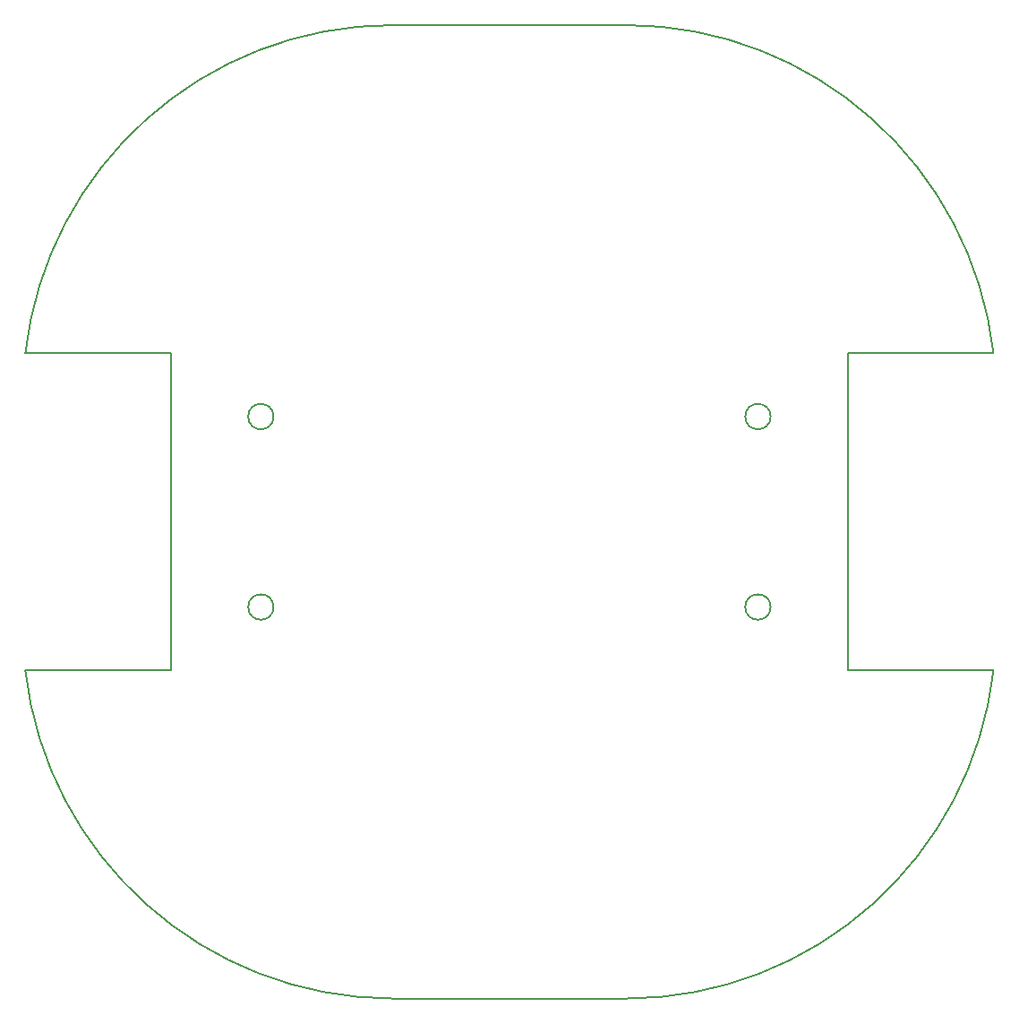
<source format=gbr>
G04 #@! TF.GenerationSoftware,KiCad,Pcbnew,(5.0.2)-1*
G04 #@! TF.CreationDate,2021-04-10T18:42:57+02:00*
G04 #@! TF.ProjectId,Squick,53717569-636b-42e6-9b69-6361645f7063,rev?*
G04 #@! TF.SameCoordinates,Original*
G04 #@! TF.FileFunction,Profile,NP*
%FSLAX45Y45*%
G04 Gerber Fmt 4.5, Leading zero omitted, Abs format (unit mm)*
G04 Created by KiCad (PCBNEW (5.0.2)-1) date 10.04.2021 18:42:57*
%MOMM*%
%LPD*%
G01*
G04 APERTURE LIST*
%ADD10C,0.200000*%
G04 APERTURE END LIST*
D10*
X13432932Y-6640000D02*
G75*
G02X16910000Y-3540000I3477068J-400000D01*
G01*
X19110000Y-3540000D02*
G75*
G02X22587068Y-6640000I0J-3500000D01*
G01*
X20480000Y-9040000D02*
G75*
G03X20480000Y-9040000I-120000J0D01*
G01*
X15780000Y-7240000D02*
G75*
G03X15780000Y-7240000I-120000J0D01*
G01*
X15780000Y-9040000D02*
G75*
G03X15780000Y-9040000I-120000J0D01*
G01*
X20480000Y-7240000D02*
G75*
G03X20480000Y-7240000I-120000J0D01*
G01*
X14810000Y-9640000D02*
X13432932Y-9640000D01*
X21210000Y-6640000D02*
X22587068Y-6640000D01*
X13432932Y-6640000D02*
X14810000Y-6640000D01*
X19110000Y-3540000D02*
X16910000Y-3540000D01*
X21210000Y-9640000D02*
X21210000Y-6640000D01*
X14810000Y-6640000D02*
X14810000Y-9640000D01*
X22587068Y-9640000D02*
X21210000Y-9640000D01*
X22587068Y-9640000D02*
G75*
G02X19110000Y-12740000I-3477068J400000D01*
G01*
X16910000Y-12740000D02*
X19110000Y-12740000D01*
X16910000Y-12740000D02*
G75*
G02X13432932Y-9640000I0J3500000D01*
G01*
M02*

</source>
